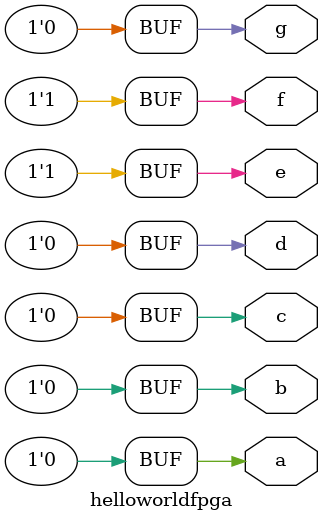
<source format=v>

module helloworldfpga(
                 output a,
                 output b,
                 output c,
             output d,
               output e,
              output f,
               output g

);
function automatic [6:0] gpio_out;

    input [6:0] num_i; 

begin
    case (num_i)   
        0 : gpio_out = 7'b0000001;
        1 : gpio_out = 7'b1001111;
        2 : gpio_out = 7'b0010010;
        3 : gpio_out = 7'b0000110;
        4 : gpio_out = 7'b1001100;
        5 : gpio_out = 7'b0100100;
        6 : gpio_out = 7'b0100000;
        7 : gpio_out = 7'b0001111;
        8 : gpio_out = 7'b0000000;
        9 : gpio_out = 7'b0000100;
        
       
        default : gpio_out = 7'b1111111; 
    endcase
end
endfunction
//end function

//display number
assign {a, b,c,d,e,f,g}=gpio_out(3);
endmodule
//end of the module








</source>
